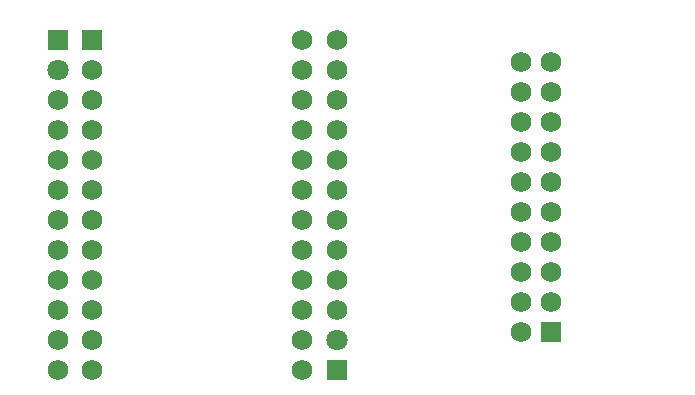
<source format=gbs>
G04*
G04 #@! TF.GenerationSoftware,Altium Limited,Altium Designer,20.1.8 (145)*
G04*
G04 Layer_Color=16711935*
%FSAX25Y25*%
%MOIN*%
G70*
G04*
G04 #@! TF.SameCoordinates,26FBE6AE-7016-430B-9DB3-2072F7DBF2B3*
G04*
G04*
G04 #@! TF.FilePolarity,Negative*
G04*
G01*
G75*
%ADD22C,0.00591*%
%ADD23C,0.06890*%
%ADD24C,0.07087*%
%ADD25R,0.07087X0.07087*%
%ADD26C,0.06890*%
%ADD27R,0.06890X0.06890*%
%ADD28R,0.06890X0.06890*%
D22*
X0235000Y0140000D02*
D03*
X0015000D02*
D03*
Y0015000D02*
D03*
X0235000D02*
D03*
D23*
X0121500Y0090008D02*
D03*
Y0100008D02*
D03*
Y0070008D02*
D03*
Y0080008D02*
D03*
Y0120008D02*
D03*
Y0130008D02*
D03*
Y0110008D02*
D03*
Y0050008D02*
D03*
Y0040008D02*
D03*
Y0060008D02*
D03*
X0028500Y0080000D02*
D03*
Y0060000D02*
D03*
Y0070000D02*
D03*
Y0110000D02*
D03*
Y0100000D02*
D03*
Y0020000D02*
D03*
Y0040000D02*
D03*
Y0050000D02*
D03*
Y0030000D02*
D03*
Y0090000D02*
D03*
X0193000Y0122500D02*
D03*
Y0112500D02*
D03*
Y0092500D02*
D03*
Y0082500D02*
D03*
Y0102500D02*
D03*
Y0072500D02*
D03*
Y0062500D02*
D03*
Y0042500D02*
D03*
Y0052500D02*
D03*
X0183000Y0112500D02*
D03*
Y0122500D02*
D03*
Y0092500D02*
D03*
Y0082500D02*
D03*
Y0102500D02*
D03*
Y0062500D02*
D03*
Y0072500D02*
D03*
Y0032500D02*
D03*
Y0042500D02*
D03*
Y0052500D02*
D03*
D24*
X0121500Y0030008D02*
D03*
X0028500Y0120000D02*
D03*
D25*
X0121500Y0020008D02*
D03*
X0028500Y0130000D02*
D03*
D26*
X0110000Y0120000D02*
D03*
Y0110000D02*
D03*
Y0130000D02*
D03*
Y0100000D02*
D03*
Y0070000D02*
D03*
Y0050000D02*
D03*
Y0060000D02*
D03*
Y0040000D02*
D03*
Y0020000D02*
D03*
Y0030000D02*
D03*
Y0080000D02*
D03*
Y0090000D02*
D03*
X0040000Y0110000D02*
D03*
Y0120000D02*
D03*
Y0100000D02*
D03*
Y0090000D02*
D03*
Y0080000D02*
D03*
Y0040000D02*
D03*
Y0050000D02*
D03*
Y0060000D02*
D03*
Y0070000D02*
D03*
Y0030000D02*
D03*
Y0020000D02*
D03*
D27*
Y0130000D02*
D03*
D28*
X0193000Y0032500D02*
D03*
M02*

</source>
